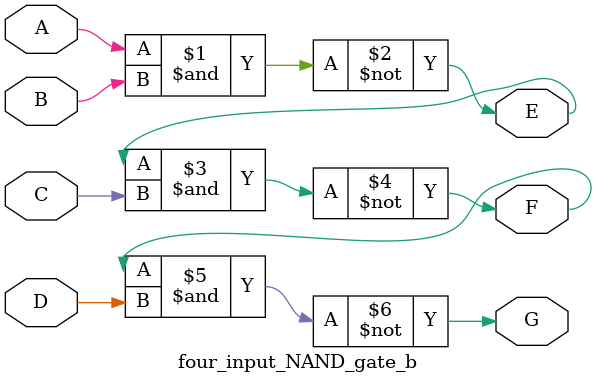
<source format=v>
`timescale 1ns / 1ps

module four_input_NAND_gate_b(
    input A,
    input B,
    output E,    
    input C,
    output F,
    input D,
    output G
    );
    
    assign E = ~(A & B);
    assign F = ~(E & C);
    assign G = ~(F & D);
endmodule
</source>
